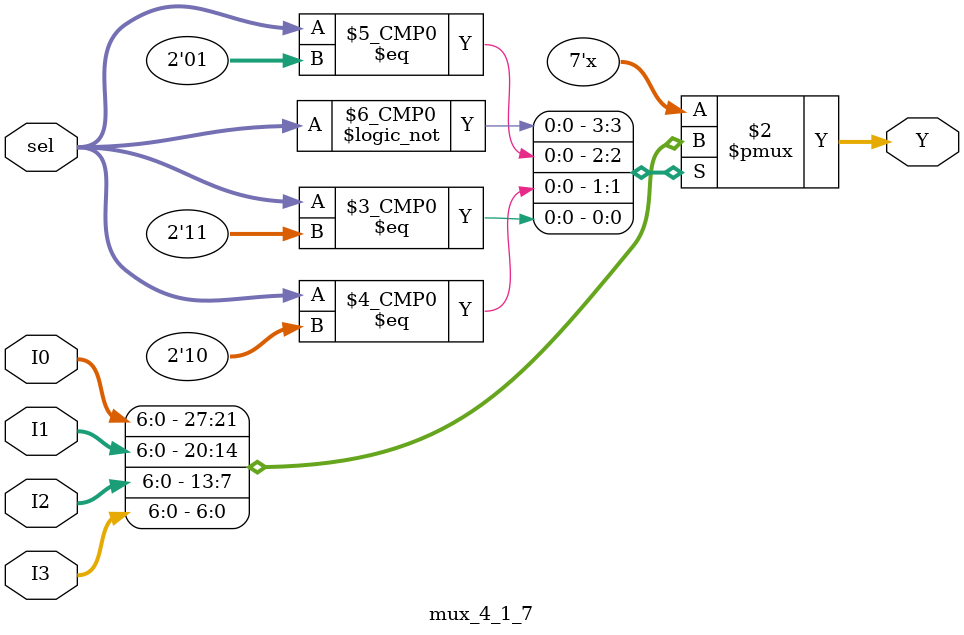
<source format=v>
`timescale 1ns / 1ps


module mux_4_1_7(
    input [6:0] I0,
    input [6:0] I1,
    input [6:0] I2,
    input [6:0] I3,
    input [1:0] sel,
    output reg [6:0] Y
    );
    
    always @(*) begin
        case(sel)
            2'b00: Y = I0;
            2'b01: Y = I1;
            2'b10: Y = I2;
            2'b11: Y = I3;
        endcase
    end
    
    
endmodule

</source>
